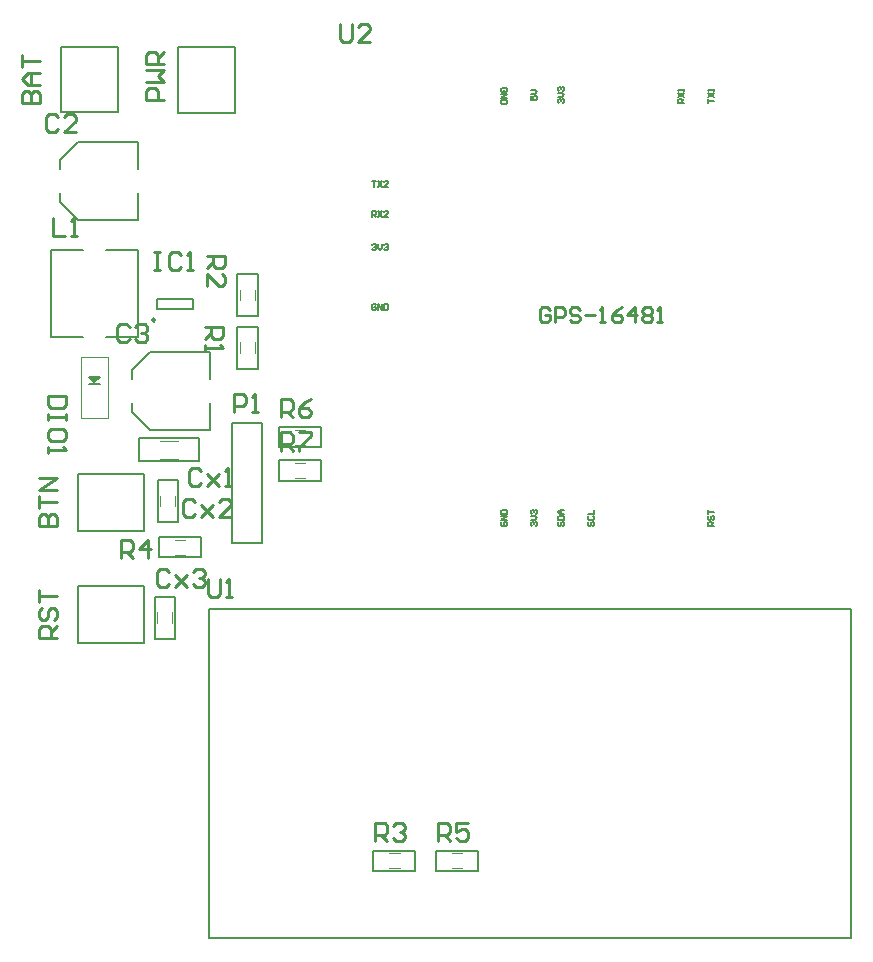
<source format=gto>
G04*
G04 #@! TF.GenerationSoftware,Altium Limited,Altium Designer,19.0.15 (446)*
G04*
G04 Layer_Color=65535*
%FSLAX42Y42*%
%MOMM*%
G71*
G01*
G75*
%ADD10C,0.25*%
%ADD11C,0.20*%
%ADD12C,0.10*%
%ADD13C,0.13*%
%ADD14C,0.25*%
D10*
X1214Y5504D02*
G03*
X1214Y5504I-12J0D01*
G01*
X4555Y5592D02*
X4534Y5613D01*
X4492D01*
X4470Y5592D01*
Y5508D01*
X4492Y5486D01*
X4534D01*
X4555Y5508D01*
Y5550D01*
X4513D01*
X4597Y5486D02*
Y5613D01*
X4661D01*
X4682Y5592D01*
Y5550D01*
X4661Y5529D01*
X4597D01*
X4809Y5592D02*
X4788Y5613D01*
X4745D01*
X4724Y5592D01*
Y5571D01*
X4745Y5550D01*
X4788D01*
X4809Y5529D01*
Y5508D01*
X4788Y5486D01*
X4745D01*
X4724Y5508D01*
X4851Y5550D02*
X4936D01*
X4978Y5486D02*
X5021D01*
X4999D01*
Y5613D01*
X4978Y5592D01*
X5169Y5613D02*
X5126Y5592D01*
X5084Y5550D01*
Y5508D01*
X5105Y5486D01*
X5148D01*
X5169Y5508D01*
Y5529D01*
X5148Y5550D01*
X5084D01*
X5274Y5486D02*
Y5613D01*
X5211Y5550D01*
X5296D01*
X5338Y5592D02*
X5359Y5613D01*
X5401D01*
X5423Y5592D01*
Y5571D01*
X5401Y5550D01*
X5423Y5529D01*
Y5508D01*
X5401Y5486D01*
X5359D01*
X5338Y5508D01*
Y5529D01*
X5359Y5550D01*
X5338Y5571D01*
Y5592D01*
X5359Y5550D02*
X5401D01*
X5465Y5486D02*
X5507D01*
X5486D01*
Y5613D01*
X5465Y5592D01*
D11*
X560Y4204D02*
X1116D01*
Y3721D02*
Y4204D01*
X560Y3721D02*
X1116D01*
X560D02*
Y4204D01*
X561Y3251D02*
X1118D01*
Y2769D02*
Y3251D01*
X561Y2769D02*
X1118D01*
X561D02*
Y3251D01*
X1892Y7260D02*
Y7817D01*
X1410Y7260D02*
X1892D01*
X1410D02*
Y7817D01*
X1892D01*
X419Y7263D02*
Y7819D01*
X902D01*
Y7263D02*
Y7819D01*
X419Y7263D02*
X902D01*
X683Y5000D02*
X714Y5000D01*
X649Y5025D02*
X699Y4975D01*
X749Y5025D01*
X649D02*
X749D01*
X669Y5015D02*
X728D01*
X649Y4965D02*
X749D01*
X799Y6093D02*
X1064D01*
X334D02*
X599D01*
X799Y5363D02*
X1064D01*
X334D02*
X599D01*
X334D02*
Y6093D01*
X1064Y5363D02*
Y6093D01*
X1232Y5684D02*
X1532D01*
X1232Y5594D02*
X1532D01*
Y5684D01*
X1232Y5594D02*
Y5684D01*
X1867Y3619D02*
X2121D01*
X1867D02*
Y4635D01*
X2121Y3619D02*
Y4635D01*
X1867D02*
X2121D01*
D12*
X1384Y3932D02*
Y4018D01*
X1257Y3932D02*
Y4018D01*
X1252Y4483D02*
X1410D01*
X1252Y4331D02*
X1410D01*
X813Y5194D02*
X813Y4674D01*
X584Y5194D02*
X813D01*
X584D02*
X584Y4674D01*
X813Y4674D01*
X1930Y5227D02*
Y5314D01*
X2057Y5227D02*
Y5314D01*
X1930Y5672D02*
Y5758D01*
X2057Y5672D02*
Y5758D01*
X1379Y3518D02*
X1466D01*
X1379Y3645D02*
X1466D01*
X1232Y2941D02*
Y3028D01*
X1359Y2941D02*
Y3028D01*
X3195Y991D02*
X3282D01*
X3195Y864D02*
X3282D01*
X3729Y991D02*
X3815D01*
X3729Y864D02*
X3815D01*
X2395Y4166D02*
X2482D01*
X2395Y4293D02*
X2482D01*
X2395Y4445D02*
X2482D01*
X2395Y4572D02*
X2482D01*
D13*
X1234Y3797D02*
Y4153D01*
Y3797D02*
X1405D01*
Y4153D01*
X1234D02*
X1405D01*
X1582Y4308D02*
Y4503D01*
X1079Y4308D02*
X1582D01*
X1079D02*
Y4503D01*
X1582D01*
X2080Y5093D02*
Y5448D01*
X1910D02*
X2080D01*
X1910Y5093D02*
Y5448D01*
Y5093D02*
X2080D01*
Y5537D02*
Y5893D01*
X1910D02*
X2080D01*
X1910Y5537D02*
Y5893D01*
Y5537D02*
X2080D01*
X1245Y3668D02*
X1600D01*
X1245Y3498D02*
Y3668D01*
Y3498D02*
X1600D01*
Y3668D01*
X1209Y3162D02*
X1379D01*
Y2807D02*
Y3162D01*
X1209Y2807D02*
X1379D01*
X1209D02*
Y3162D01*
X7107Y269D02*
Y3059D01*
X1667D02*
X7107D01*
X1667Y269D02*
Y3059D01*
Y269D02*
X7107D01*
X407Y6855D02*
X562Y7010D01*
X407Y6505D02*
X562Y6350D01*
X1067D01*
X562Y7010D02*
X1067D01*
Y6350D02*
Y6580D01*
Y6780D02*
Y7010D01*
X407Y6780D02*
Y6855D01*
Y6505D02*
Y6580D01*
X1016Y5077D02*
X1171Y5232D01*
X1016Y4727D02*
X1171Y4572D01*
X1676D01*
X1171Y5232D02*
X1676D01*
Y4572D02*
Y4802D01*
Y5002D02*
Y5232D01*
X1016Y5002D02*
Y5077D01*
Y4727D02*
Y4802D01*
X3061Y841D02*
X3416D01*
Y1011D01*
X3061D02*
X3416D01*
X3061Y841D02*
Y1011D01*
X3594Y841D02*
X3950D01*
Y1011D01*
X3594D02*
X3950D01*
X3594Y841D02*
Y1011D01*
X2261Y4315D02*
X2616D01*
X2261Y4145D02*
Y4315D01*
Y4145D02*
X2616D01*
Y4315D01*
X2261Y4595D02*
X2616D01*
X2261Y4425D02*
Y4595D01*
Y4425D02*
X2616D01*
Y4595D01*
X3048Y6375D02*
Y6426D01*
X3073D01*
X3082Y6418D01*
Y6401D01*
X3073Y6392D01*
X3048D01*
X3065D02*
X3082Y6375D01*
X3099Y6426D02*
X3133Y6375D01*
Y6426D02*
X3099Y6375D01*
X3183D02*
X3150D01*
X3183Y6409D01*
Y6418D01*
X3175Y6426D01*
X3158D01*
X3150Y6418D01*
X3048Y6680D02*
X3082D01*
X3065D01*
Y6629D01*
X3099Y6680D02*
X3133Y6629D01*
Y6680D02*
X3099Y6629D01*
X3183D02*
X3150D01*
X3183Y6663D01*
Y6672D01*
X3175Y6680D01*
X3158D01*
X3150Y6672D01*
X5944Y3759D02*
X5893D01*
Y3785D01*
X5901Y3793D01*
X5918D01*
X5927Y3785D01*
Y3759D01*
Y3776D02*
X5944Y3793D01*
X5901Y3844D02*
X5893Y3835D01*
Y3818D01*
X5901Y3810D01*
X5910D01*
X5918Y3818D01*
Y3835D01*
X5927Y3844D01*
X5935D01*
X5944Y3835D01*
Y3818D01*
X5935Y3810D01*
X5893Y3861D02*
Y3895D01*
Y3878D01*
X5944D01*
X4885Y3793D02*
X4877Y3785D01*
Y3768D01*
X4885Y3759D01*
X4894D01*
X4902Y3768D01*
Y3785D01*
X4911Y3793D01*
X4919D01*
X4928Y3785D01*
Y3768D01*
X4919Y3759D01*
X4885Y3844D02*
X4877Y3835D01*
Y3818D01*
X4885Y3810D01*
X4919D01*
X4928Y3818D01*
Y3835D01*
X4919Y3844D01*
X4877Y3861D02*
X4928D01*
Y3895D01*
X4631Y3793D02*
X4623Y3785D01*
Y3768D01*
X4631Y3759D01*
X4640D01*
X4648Y3768D01*
Y3785D01*
X4657Y3793D01*
X4665D01*
X4674Y3785D01*
Y3768D01*
X4665Y3759D01*
X4623Y3810D02*
X4674D01*
Y3835D01*
X4665Y3844D01*
X4631D01*
X4623Y3835D01*
Y3810D01*
X4674Y3861D02*
X4640D01*
X4623Y3878D01*
X4640Y3895D01*
X4674D01*
X4648D01*
Y3861D01*
X5690Y7341D02*
X5639D01*
Y7366D01*
X5647Y7374D01*
X5664D01*
X5673Y7366D01*
Y7341D01*
Y7358D02*
X5690Y7374D01*
X5639Y7391D02*
X5690Y7425D01*
X5639D02*
X5690Y7391D01*
Y7442D02*
Y7459D01*
Y7451D01*
X5639D01*
X5647Y7442D01*
X5893Y7341D02*
Y7374D01*
Y7358D01*
X5944D01*
X5893Y7391D02*
X5944Y7425D01*
X5893D02*
X5944Y7391D01*
Y7442D02*
Y7459D01*
Y7451D01*
X5893D01*
X5901Y7442D01*
X4403Y3759D02*
X4394Y3768D01*
Y3785D01*
X4403Y3793D01*
X4411D01*
X4420Y3785D01*
Y3776D01*
Y3785D01*
X4428Y3793D01*
X4437D01*
X4445Y3785D01*
Y3768D01*
X4437Y3759D01*
X4394Y3810D02*
X4428D01*
X4445Y3827D01*
X4428Y3844D01*
X4394D01*
X4403Y3861D02*
X4394Y3869D01*
Y3886D01*
X4403Y3895D01*
X4411D01*
X4420Y3886D01*
Y3878D01*
Y3886D01*
X4428Y3895D01*
X4437D01*
X4445Y3886D01*
Y3869D01*
X4437Y3861D01*
X3048Y6138D02*
X3056Y6147D01*
X3073D01*
X3082Y6138D01*
Y6130D01*
X3073Y6121D01*
X3065D01*
X3073D01*
X3082Y6113D01*
Y6104D01*
X3073Y6096D01*
X3056D01*
X3048Y6104D01*
X3099Y6147D02*
Y6113D01*
X3116Y6096D01*
X3133Y6113D01*
Y6147D01*
X3150Y6138D02*
X3158Y6147D01*
X3175D01*
X3183Y6138D01*
Y6130D01*
X3175Y6121D01*
X3166D01*
X3175D01*
X3183Y6113D01*
Y6104D01*
X3175Y6096D01*
X3158D01*
X3150Y6104D01*
X4631Y7341D02*
X4623Y7349D01*
Y7366D01*
X4631Y7374D01*
X4640D01*
X4648Y7366D01*
Y7358D01*
Y7366D01*
X4657Y7374D01*
X4665D01*
X4674Y7366D01*
Y7349D01*
X4665Y7341D01*
X4623Y7391D02*
X4657D01*
X4674Y7408D01*
X4657Y7425D01*
X4623D01*
X4631Y7442D02*
X4623Y7451D01*
Y7468D01*
X4631Y7476D01*
X4640D01*
X4648Y7468D01*
Y7459D01*
Y7468D01*
X4657Y7476D01*
X4665D01*
X4674Y7468D01*
Y7451D01*
X4665Y7442D01*
X4394Y7400D02*
Y7366D01*
X4420D01*
X4411Y7383D01*
Y7391D01*
X4420Y7400D01*
X4437D01*
X4445Y7391D01*
Y7374D01*
X4437Y7366D01*
X4394Y7417D02*
X4428D01*
X4445Y7434D01*
X4428Y7451D01*
X4394D01*
X4149Y3793D02*
X4140Y3785D01*
Y3768D01*
X4149Y3759D01*
X4183D01*
X4191Y3768D01*
Y3785D01*
X4183Y3793D01*
X4166D01*
Y3776D01*
X4191Y3810D02*
X4140D01*
X4191Y3844D01*
X4140D01*
Y3861D02*
X4191D01*
Y3886D01*
X4183Y3895D01*
X4149D01*
X4140Y3886D01*
Y3861D01*
X3082Y5630D02*
X3073Y5639D01*
X3056D01*
X3048Y5630D01*
Y5596D01*
X3056Y5588D01*
X3073D01*
X3082Y5596D01*
Y5613D01*
X3065D01*
X3099Y5588D02*
Y5639D01*
X3133Y5588D01*
Y5639D01*
X3150D02*
Y5588D01*
X3175D01*
X3183Y5596D01*
Y5630D01*
X3175Y5639D01*
X3150D01*
X4183Y7434D02*
X4191Y7442D01*
Y7459D01*
X4183Y7468D01*
X4149D01*
X4140Y7459D01*
Y7442D01*
X4149Y7434D01*
X4166D01*
Y7451D01*
X4140Y7417D02*
X4191D01*
X4140Y7383D01*
X4191D01*
Y7366D02*
X4140D01*
Y7341D01*
X4149Y7332D01*
X4183D01*
X4191Y7341D01*
Y7366D01*
D14*
X2780Y8012D02*
Y7885D01*
X2805Y7860D01*
X2856D01*
X2882Y7885D01*
Y8012D01*
X3034Y7860D02*
X2932D01*
X3034Y7962D01*
Y7987D01*
X3009Y8012D01*
X2958D01*
X2932Y7987D01*
X1664Y3315D02*
Y3188D01*
X1689Y3162D01*
X1740D01*
X1765Y3188D01*
Y3315D01*
X1816Y3162D02*
X1867D01*
X1841D01*
Y3315D01*
X1816Y3289D01*
X2278Y4399D02*
Y4552D01*
X2355D01*
X2380Y4526D01*
Y4475D01*
X2355Y4450D01*
X2278D01*
X2329D02*
X2380Y4399D01*
X2431Y4552D02*
X2532D01*
Y4526D01*
X2431Y4425D01*
Y4399D01*
X2281Y4679D02*
Y4831D01*
X2357D01*
X2382Y4806D01*
Y4755D01*
X2357Y4729D01*
X2281D01*
X2332D02*
X2382Y4679D01*
X2535Y4831D02*
X2484Y4806D01*
X2433Y4755D01*
Y4704D01*
X2459Y4679D01*
X2509D01*
X2535Y4704D01*
Y4729D01*
X2509Y4755D01*
X2433D01*
X3612Y1092D02*
Y1245D01*
X3688D01*
X3713Y1219D01*
Y1168D01*
X3688Y1143D01*
X3612D01*
X3663D02*
X3713Y1092D01*
X3866Y1245D02*
X3764D01*
Y1168D01*
X3815Y1194D01*
X3840D01*
X3866Y1168D01*
Y1118D01*
X3840Y1092D01*
X3790D01*
X3764Y1118D01*
X927Y3492D02*
Y3645D01*
X1003D01*
X1029Y3619D01*
Y3569D01*
X1003Y3543D01*
X927D01*
X978D02*
X1029Y3492D01*
X1156D02*
Y3645D01*
X1079Y3569D01*
X1181D01*
X3078Y1092D02*
Y1245D01*
X3155D01*
X3180Y1219D01*
Y1168D01*
X3155Y1143D01*
X3078D01*
X3129D02*
X3180Y1092D01*
X3231Y1219D02*
X3256Y1245D01*
X3307D01*
X3332Y1219D01*
Y1194D01*
X3307Y1168D01*
X3282D01*
X3307D01*
X3332Y1143D01*
Y1118D01*
X3307Y1092D01*
X3256D01*
X3231Y1118D01*
X1651Y6043D02*
X1803D01*
Y5966D01*
X1778Y5941D01*
X1727D01*
X1702Y5966D01*
Y6043D01*
Y5992D02*
X1651Y5941D01*
Y5789D02*
Y5890D01*
X1753Y5789D01*
X1778D01*
X1803Y5814D01*
Y5865D01*
X1778Y5890D01*
X1638Y5446D02*
X1791D01*
Y5370D01*
X1765Y5344D01*
X1714D01*
X1689Y5370D01*
Y5446D01*
Y5395D02*
X1638Y5344D01*
Y5293D02*
Y5243D01*
Y5268D01*
X1791D01*
X1765Y5293D01*
X1882Y4722D02*
Y4874D01*
X1958D01*
X1984Y4849D01*
Y4798D01*
X1958Y4773D01*
X1882D01*
X2034Y4722D02*
X2085D01*
X2060D01*
Y4874D01*
X2034Y4849D01*
X348Y6365D02*
Y6213D01*
X450D01*
X500D02*
X551D01*
X526D01*
Y6365D01*
X500Y6340D01*
X1201Y6080D02*
X1252D01*
X1227D01*
Y5928D01*
X1201D01*
X1252D01*
X1430Y6055D02*
X1405Y6080D01*
X1354D01*
X1328Y6055D01*
Y5953D01*
X1354Y5928D01*
X1405D01*
X1430Y5953D01*
X1481Y5928D02*
X1532D01*
X1506D01*
Y6080D01*
X1481Y6055D01*
X457Y4862D02*
X305D01*
Y4785D01*
X330Y4760D01*
X432D01*
X457Y4785D01*
Y4862D01*
Y4709D02*
Y4658D01*
Y4684D01*
X305D01*
Y4709D01*
Y4658D01*
X457Y4506D02*
Y4557D01*
X432Y4582D01*
X330D01*
X305Y4557D01*
Y4506D01*
X330Y4481D01*
X432D01*
X457Y4506D01*
X305Y4430D02*
Y4379D01*
Y4404D01*
X457D01*
X432Y4430D01*
X1331Y3373D02*
X1306Y3398D01*
X1255D01*
X1229Y3373D01*
Y3272D01*
X1255Y3246D01*
X1306D01*
X1331Y3272D01*
X1382Y3348D02*
X1483Y3246D01*
X1432Y3297D01*
X1483Y3348D01*
X1382Y3246D01*
X1534Y3373D02*
X1559Y3398D01*
X1610D01*
X1636Y3373D01*
Y3348D01*
X1610Y3322D01*
X1585D01*
X1610D01*
X1636Y3297D01*
Y3272D01*
X1610Y3246D01*
X1559D01*
X1534Y3272D01*
X1549Y3962D02*
X1524Y3988D01*
X1473D01*
X1448Y3962D01*
Y3861D01*
X1473Y3835D01*
X1524D01*
X1549Y3861D01*
X1600Y3937D02*
X1702Y3835D01*
X1651Y3886D01*
X1702Y3937D01*
X1600Y3835D01*
X1854D02*
X1753D01*
X1854Y3937D01*
Y3962D01*
X1829Y3988D01*
X1778D01*
X1753Y3962D01*
X1598Y4229D02*
X1572Y4254D01*
X1521D01*
X1496Y4229D01*
Y4127D01*
X1521Y4102D01*
X1572D01*
X1598Y4127D01*
X1648Y4204D02*
X1750Y4102D01*
X1699Y4153D01*
X1750Y4204D01*
X1648Y4102D01*
X1801D02*
X1852D01*
X1826D01*
Y4254D01*
X1801Y4229D01*
X380Y2809D02*
X228D01*
Y2885D01*
X253Y2911D01*
X304D01*
X329Y2885D01*
Y2809D01*
Y2860D02*
X380Y2911D01*
X253Y3063D02*
X228Y3038D01*
Y2987D01*
X253Y2961D01*
X278D01*
X304Y2987D01*
Y3038D01*
X329Y3063D01*
X355D01*
X380Y3038D01*
Y2987D01*
X355Y2961D01*
X228Y3114D02*
Y3215D01*
Y3164D01*
X380D01*
X228Y3760D02*
X380D01*
Y3836D01*
X355Y3862D01*
X329D01*
X304Y3836D01*
Y3760D01*
Y3836D01*
X278Y3862D01*
X253D01*
X228Y3836D01*
Y3760D01*
Y3912D02*
Y4014D01*
Y3963D01*
X380D01*
Y4065D02*
X228D01*
X380Y4166D01*
X228D01*
X1290Y7370D02*
X1138D01*
Y7446D01*
X1163Y7472D01*
X1214D01*
X1239Y7446D01*
Y7370D01*
X1138Y7522D02*
X1290D01*
X1239Y7573D01*
X1290Y7624D01*
X1138D01*
X1290Y7675D02*
X1138D01*
Y7751D01*
X1163Y7776D01*
X1214D01*
X1239Y7751D01*
Y7675D01*
Y7725D02*
X1290Y7776D01*
X996Y5443D02*
X970Y5468D01*
X919D01*
X894Y5443D01*
Y5341D01*
X919Y5316D01*
X970D01*
X996Y5341D01*
X1046Y5443D02*
X1072Y5468D01*
X1123D01*
X1148Y5443D01*
Y5417D01*
X1123Y5392D01*
X1097D01*
X1123D01*
X1148Y5366D01*
Y5341D01*
X1123Y5316D01*
X1072D01*
X1046Y5341D01*
X389Y7219D02*
X363Y7244D01*
X312D01*
X287Y7219D01*
Y7117D01*
X312Y7092D01*
X363D01*
X389Y7117D01*
X541Y7092D02*
X439D01*
X541Y7193D01*
Y7219D01*
X516Y7244D01*
X465D01*
X439Y7219D01*
X88Y7340D02*
X240D01*
Y7416D01*
X215Y7442D01*
X189D01*
X164Y7416D01*
Y7340D01*
Y7416D01*
X138Y7442D01*
X113D01*
X88Y7416D01*
Y7340D01*
X240Y7492D02*
X138D01*
X88Y7543D01*
X138Y7594D01*
X240D01*
X164D01*
Y7492D01*
X88Y7645D02*
Y7746D01*
Y7695D01*
X240D01*
M02*

</source>
